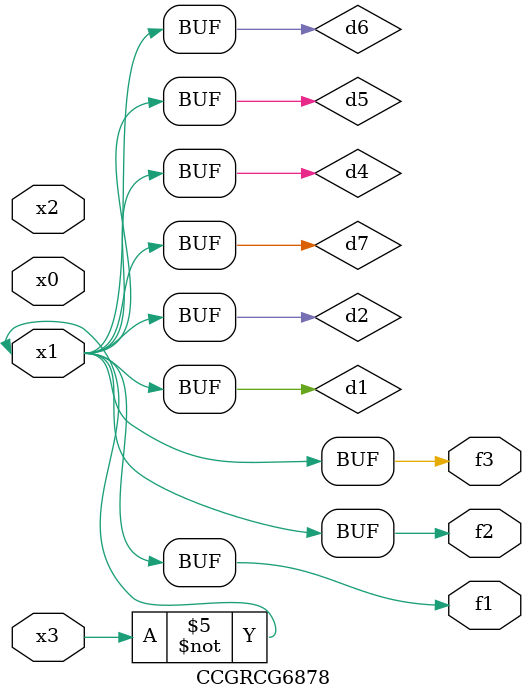
<source format=v>
module CCGRCG6878(
	input x0, x1, x2, x3,
	output f1, f2, f3
);

	wire d1, d2, d3, d4, d5, d6, d7;

	not (d1, x3);
	buf (d2, x1);
	xnor (d3, d1, d2);
	nor (d4, d1);
	buf (d5, d1, d2);
	buf (d6, d4, d5);
	nand (d7, d4);
	assign f1 = d6;
	assign f2 = d7;
	assign f3 = d6;
endmodule

</source>
